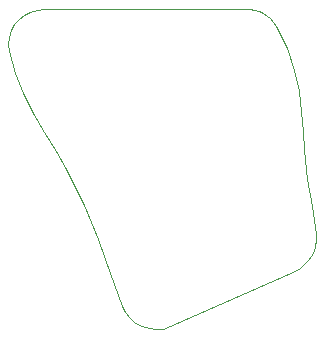
<source format=gbr>
G04 #@! TF.FileFunction,Profile,NP*
%FSLAX46Y46*%
G04 Gerber Fmt 4.6, Leading zero omitted, Abs format (unit mm)*
G04 Created by KiCad (PCBNEW (2015-07-06 BZR 5889)-product) date Wed 26 Aug 2015 12:38:22 PM CEST*
%MOMM*%
G01*
G04 APERTURE LIST*
%ADD10C,0.100000*%
G04 APERTURE END LIST*
D10*
X161081350Y-108153931D02*
X161416039Y-110553596D01*
X160711547Y-105847133D02*
X161081350Y-108153931D01*
X160409086Y-103433119D02*
X160711547Y-105847133D01*
X160307412Y-101817885D02*
X160409086Y-103433119D01*
X160191712Y-100170279D02*
X160307412Y-101817885D01*
X159986389Y-98408111D02*
X160191712Y-100170279D01*
X159608786Y-96606797D02*
X159986389Y-98408111D01*
X158980744Y-94762521D02*
X159608786Y-96606797D01*
X158023779Y-92871609D02*
X158980744Y-94762521D01*
X157800842Y-92546088D02*
X158023779Y-92871609D01*
X157561315Y-92266568D02*
X157800842Y-92546088D01*
X157256688Y-92016034D02*
X157561315Y-92266568D01*
X156933538Y-91812362D02*
X157256688Y-92016034D01*
X156579126Y-91622610D02*
X156933538Y-91812362D01*
X156220540Y-91511948D02*
X156579126Y-91622610D01*
X155845041Y-91447433D02*
X156220540Y-91511948D01*
X155451019Y-91429780D02*
X155845041Y-91447433D01*
X138393305Y-91455561D02*
X155451019Y-91429780D01*
X137806238Y-91523859D02*
X138393305Y-91455561D01*
X137261250Y-91689270D02*
X137806238Y-91523859D01*
X136728047Y-91965283D02*
X137261250Y-91689270D01*
X136269797Y-92323775D02*
X136728047Y-91965283D01*
X135886821Y-92764601D02*
X136269797Y-92323775D01*
X135611346Y-93273414D02*
X135886821Y-92764601D01*
X135443374Y-93850213D02*
X135611346Y-93273414D01*
X135386111Y-94416336D02*
X135443374Y-93850213D01*
X135454552Y-95003726D02*
X135386111Y-94416336D01*
X135939979Y-96872882D02*
X135454552Y-95003726D01*
X136635686Y-98609799D02*
X135939979Y-96872882D01*
X137492854Y-100274829D02*
X136635686Y-98609799D01*
X138446706Y-101896813D02*
X137492854Y-100274829D01*
X139418114Y-103472363D02*
X138446706Y-101896813D01*
X140311040Y-105044239D02*
X139418114Y-103472363D01*
X141789058Y-108016119D02*
X140311040Y-105044239D01*
X142984085Y-110959529D02*
X141789058Y-108016119D01*
X144024068Y-113817504D02*
X142984085Y-110959529D01*
X145036319Y-116610593D02*
X144024068Y-113817504D01*
X145280248Y-117158466D02*
X145036319Y-116610593D01*
X145685316Y-117634596D02*
X145280248Y-117158466D01*
X146140814Y-118049657D02*
X145685316Y-117634596D01*
X146695881Y-118343154D02*
X146140814Y-118049657D01*
X147272357Y-118511270D02*
X146695881Y-118343154D01*
X147884913Y-118586089D02*
X147272357Y-118511270D01*
X148472947Y-118517361D02*
X147884913Y-118586089D01*
X149081424Y-118323682D02*
X148472947Y-118517361D01*
X159652160Y-113617288D02*
X149081424Y-118323682D01*
X160089323Y-113384034D02*
X159652160Y-113617288D01*
X160451213Y-113068445D02*
X160089323Y-113384034D01*
X160765881Y-112735264D02*
X160451213Y-113068445D01*
X161019624Y-112351976D02*
X160765881Y-112735264D01*
X161227112Y-111950665D02*
X161019624Y-112351976D01*
X161373998Y-111499104D02*
X161227112Y-111950665D01*
X161427085Y-111012072D02*
X161373998Y-111499104D01*
X161416039Y-110553594D02*
X161427085Y-111012072D01*
M02*

</source>
